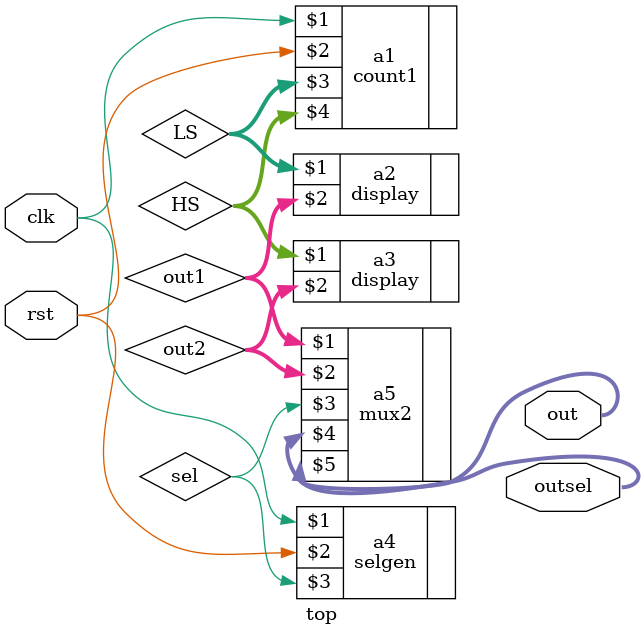
<source format=v>
module top(clk,rst,out,outsel);
input clk,rst;
output [6:0]out;
output [1:0]outsel;
wire [6:0]HS,LS;
wire [6:0]out1,out2;
wire sel;
count1 a1(clk,rst,LS,HS);  //genereate HS and LS signal
display  a2(LS,out1);    //Decoder signal out1
display  a3(HS,out2);
selgen   a4(clk,rst,sel);
mux2  a5(out1,out2,sel,out,outsel);
endmodule
</source>
